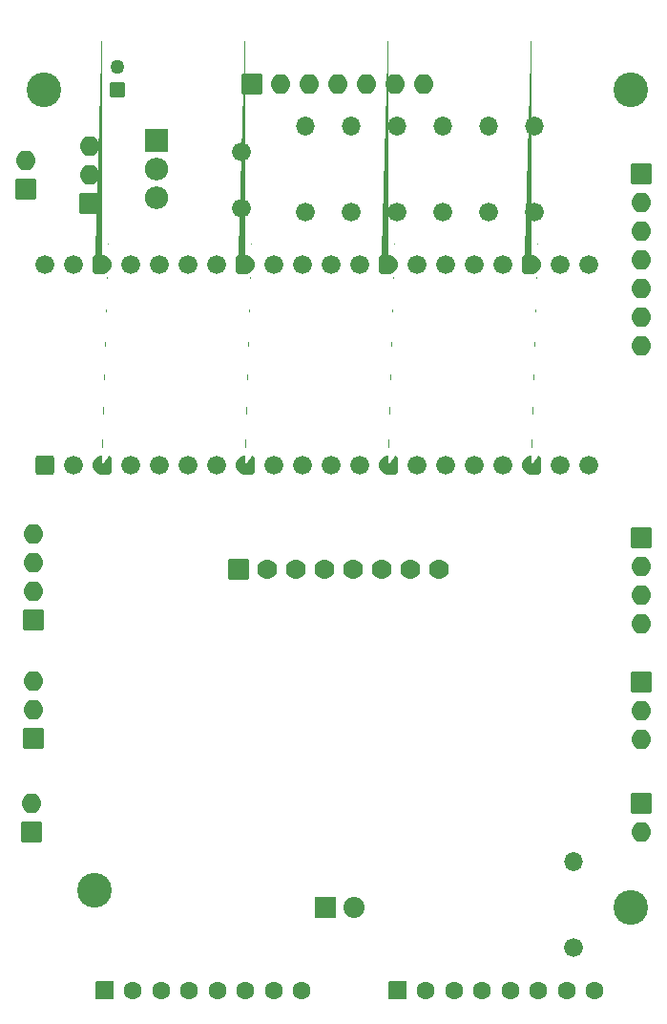
<source format=gts>
G04 #@! TF.GenerationSoftware,KiCad,Pcbnew,8.0.8*
G04 #@! TF.CreationDate,2025-01-15T15:59:59-05:00*
G04 #@! TF.ProjectId,mainboard,6d61696e-626f-4617-9264-2e6b69636164,rev?*
G04 #@! TF.SameCoordinates,Original*
G04 #@! TF.FileFunction,Soldermask,Top*
G04 #@! TF.FilePolarity,Negative*
%FSLAX46Y46*%
G04 Gerber Fmt 4.6, Leading zero omitted, Abs format (unit mm)*
G04 Created by KiCad (PCBNEW 8.0.8) date 2025-01-15 15:59:59*
%MOMM*%
%LPD*%
G01*
G04 APERTURE LIST*
G04 Aperture macros list*
%AMRoundRect*
0 Rectangle with rounded corners*
0 $1 Rounding radius*
0 $2 $3 $4 $5 $6 $7 $8 $9 X,Y pos of 4 corners*
0 Add a 4 corners polygon primitive as box body*
4,1,4,$2,$3,$4,$5,$6,$7,$8,$9,$2,$3,0*
0 Add four circle primitives for the rounded corners*
1,1,$1+$1,$2,$3*
1,1,$1+$1,$4,$5*
1,1,$1+$1,$6,$7*
1,1,$1+$1,$8,$9*
0 Add four rect primitives between the rounded corners*
20,1,$1+$1,$2,$3,$4,$5,0*
20,1,$1+$1,$4,$5,$6,$7,0*
20,1,$1+$1,$6,$7,$8,$9,0*
20,1,$1+$1,$8,$9,$2,$3,0*%
%AMFreePoly0*
4,1,51,0.612105,0.832986,0.644504,0.832986,0.660992,0.829223,0.741186,0.790603,0.754407,0.780059,0.809903,0.710470,0.817241,0.695233,0.837047,0.608456,0.838000,0.600000,0.838000,-0.600000,0.837047,-0.608456,0.817241,-0.695233,0.809903,-0.710470,0.754407,-0.780059,0.741186,-0.790603,0.660992,-0.829223,0.644504,-0.832986,0.612105,-0.832986,0.600000,-0.838000,0.000000,-0.838000,
-0.004255,-0.837761,-0.182272,-0.817703,-0.190568,-0.815810,-0.359658,-0.756643,-0.367324,-0.752951,-0.519009,-0.657641,-0.525662,-0.652335,-0.652335,-0.525662,-0.657641,-0.519009,-0.752951,-0.367324,-0.756643,-0.359658,-0.815810,-0.190568,-0.817703,-0.182272,-0.837761,-0.004255,-0.837761,0.004255,-0.817703,0.182272,-0.815810,0.190568,-0.756643,0.359658,-0.752951,0.367324,-0.657641,0.519009,
-0.652335,0.525662,-0.525662,0.652335,-0.519009,0.657641,-0.367324,0.752951,-0.359658,0.756643,-0.190568,0.815810,-0.182272,0.817703,-0.004255,0.837761,0.000000,0.838000,0.600000,0.838000,0.612105,0.832986,0.612105,0.832986,$1*%
%AMFreePoly1*
4,1,51,0.004255,0.837761,0.182272,0.817703,0.190568,0.815810,0.359658,0.756643,0.367324,0.752951,0.519009,0.657641,0.525662,0.652335,0.652335,0.525662,0.657641,0.519009,0.752951,0.367324,0.756643,0.359658,0.815810,0.190568,0.817703,0.182272,0.837761,0.004255,0.837761,-0.004255,0.817703,-0.182272,0.815810,-0.190568,0.756643,-0.359658,0.752951,-0.367324,0.657641,-0.519009,
0.652335,-0.525662,0.525662,-0.652335,0.519009,-0.657641,0.367324,-0.752951,0.359658,-0.756643,0.190568,-0.815810,0.182272,-0.817703,0.004255,-0.837761,0.000000,-0.838000,-0.600000,-0.838000,-0.612105,-0.832986,-0.644504,-0.832986,-0.660992,-0.829223,-0.741186,-0.790603,-0.754407,-0.780059,-0.809903,-0.710470,-0.817241,-0.695233,-0.837047,-0.608456,-0.838000,-0.600000,-0.838000,0.600000,
-0.837047,0.608456,-0.817241,0.695233,-0.809903,0.710470,-0.754407,0.780059,-0.741186,0.790603,-0.660992,0.829223,-0.644504,0.832986,-0.612105,0.832986,-0.600000,0.838000,0.000000,0.838000,0.004255,0.837761,0.004255,0.837761,$1*%
G04 Aperture macros list end*
%ADD10C,3.076000*%
%ADD11C,1.676000*%
%ADD12RoundRect,0.209500X0.628500X-0.628500X0.628500X0.628500X-0.628500X0.628500X-0.628500X-0.628500X0*%
%ADD13FreePoly0,90.000000*%
%ADD14FreePoly1,90.000000*%
%ADD15O,1.676000X1.676000*%
%ADD16RoundRect,0.038000X0.850000X0.850000X-0.850000X0.850000X-0.850000X-0.850000X0.850000X-0.850000X0*%
%ADD17O,1.776000X1.776000*%
%ADD18RoundRect,0.038000X-0.900000X-0.900000X0.900000X-0.900000X0.900000X0.900000X-0.900000X0.900000X0*%
%ADD19C,1.876000*%
%ADD20RoundRect,0.038000X-0.850000X-0.850000X0.850000X-0.850000X0.850000X0.850000X-0.850000X0.850000X0*%
%ADD21C,1.776000*%
%ADD22RoundRect,0.038000X-1.000000X0.952500X-1.000000X-0.952500X1.000000X-0.952500X1.000000X0.952500X0*%
%ADD23O,2.076000X1.981000*%
%ADD24RoundRect,0.038000X-0.762000X-0.762000X0.762000X-0.762000X0.762000X0.762000X-0.762000X0.762000X0*%
%ADD25C,1.600000*%
%ADD26RoundRect,0.038000X0.850000X-0.850000X0.850000X0.850000X-0.850000X0.850000X-0.850000X-0.850000X0*%
%ADD27RoundRect,0.038000X0.600000X-0.600000X0.600000X0.600000X-0.600000X0.600000X-0.600000X-0.600000X0*%
%ADD28C,1.276000*%
G04 APERTURE END LIST*
D10*
G04 #@! TO.C,H4*
X189500000Y-123000000D03*
G04 #@! TD*
D11*
G04 #@! TO.C,C1*
X155000000Y-61000000D03*
X155000000Y-56000000D03*
G04 #@! TD*
D12*
G04 #@! TO.C,A2*
X137520000Y-83780000D03*
D11*
X140060000Y-83780000D03*
D13*
X142600000Y-83780000D03*
D11*
X145140000Y-83780000D03*
X147680000Y-83780000D03*
X150220000Y-83780000D03*
X152760000Y-83780000D03*
D13*
X155300000Y-83780000D03*
D11*
X157840000Y-83780000D03*
X160380000Y-83780000D03*
X162920000Y-83780000D03*
X165460000Y-83780000D03*
D13*
X168000000Y-83780000D03*
D11*
X170540000Y-83780000D03*
X173080000Y-83780000D03*
X175620000Y-83780000D03*
X178160000Y-83780000D03*
D13*
X180700000Y-83780000D03*
D11*
X183240000Y-83780000D03*
X185780000Y-83780000D03*
X185780000Y-66000000D03*
X183240000Y-66000000D03*
D14*
X180700000Y-66000000D03*
D11*
X178160000Y-66000000D03*
X175620000Y-66000000D03*
X173080000Y-66000000D03*
X170540000Y-66000000D03*
D14*
X168000000Y-66000000D03*
D11*
X165460000Y-66000000D03*
X162920000Y-66000000D03*
X160380000Y-66000000D03*
X157840000Y-66000000D03*
D14*
X155300000Y-66000000D03*
D11*
X152760000Y-66000000D03*
X150220000Y-66000000D03*
X147680000Y-66000000D03*
X145140000Y-66000000D03*
D14*
X142600000Y-66000000D03*
D11*
X140060000Y-66000000D03*
X137520000Y-66000000D03*
G04 #@! TD*
G04 #@! TO.C,R6*
X180950000Y-61310000D03*
D15*
X180950000Y-53690000D03*
G04 #@! TD*
D16*
G04 #@! TO.C,SW1*
X141500000Y-60580000D03*
D17*
X141500000Y-58040000D03*
X141500000Y-55500000D03*
G04 #@! TD*
D18*
G04 #@! TO.C,D4*
X162460000Y-123000000D03*
D19*
X165000000Y-123000000D03*
G04 #@! TD*
D11*
G04 #@! TO.C,R4*
X172850000Y-61310000D03*
D15*
X172850000Y-53690000D03*
G04 #@! TD*
D10*
G04 #@! TO.C,H2*
X189500000Y-50500000D03*
G04 #@! TD*
D20*
G04 #@! TO.C,J4*
X190500000Y-90200000D03*
D17*
X190500000Y-92740000D03*
X190500000Y-95280000D03*
X190500000Y-97820000D03*
G04 #@! TD*
D20*
G04 #@! TO.C,U1*
X154720000Y-93000000D03*
D21*
X157260000Y-93000000D03*
X159800000Y-93000000D03*
X162340000Y-93000000D03*
X164880000Y-93000000D03*
X167420000Y-93000000D03*
X169960000Y-93000000D03*
X172500000Y-93000000D03*
G04 #@! TD*
D22*
G04 #@! TO.C,U2*
X147500000Y-55000000D03*
D23*
X147500000Y-57540000D03*
X147500000Y-60080000D03*
G04 #@! TD*
D16*
G04 #@! TO.C,J9*
X136375000Y-116275000D03*
D17*
X136375000Y-113735000D03*
G04 #@! TD*
D11*
G04 #@! TO.C,R1*
X160700000Y-61310000D03*
D15*
X160700000Y-53690000D03*
G04 #@! TD*
D20*
G04 #@! TO.C,J11*
X190500000Y-57960000D03*
D17*
X190500000Y-60500000D03*
X190500000Y-63040000D03*
X190500000Y-65580000D03*
X190500000Y-68120000D03*
X190500000Y-70660000D03*
X190500000Y-73200000D03*
G04 #@! TD*
D20*
G04 #@! TO.C,J10*
X190500000Y-113725000D03*
D17*
X190500000Y-116265000D03*
G04 #@! TD*
D10*
G04 #@! TO.C,H1*
X137500000Y-50500000D03*
G04 #@! TD*
D16*
G04 #@! TO.C,BT1*
X135875000Y-59275000D03*
D17*
X135875000Y-56735000D03*
G04 #@! TD*
D11*
G04 #@! TO.C,R3*
X168800000Y-61310000D03*
D15*
X168800000Y-53690000D03*
G04 #@! TD*
D11*
G04 #@! TO.C,R2*
X164750000Y-61310000D03*
D15*
X164750000Y-53690000D03*
G04 #@! TD*
D24*
G04 #@! TO.C,J1*
X168850000Y-130350000D03*
D25*
X171350000Y-130350000D03*
X173850000Y-130350000D03*
X176350000Y-130350000D03*
X178850000Y-130350000D03*
X181350000Y-130350000D03*
X183850000Y-130350000D03*
X186350000Y-130350000D03*
G04 #@! TD*
D26*
G04 #@! TO.C,J6*
X155960000Y-50000000D03*
D17*
X158500000Y-50000000D03*
X161040000Y-50000000D03*
X163580000Y-50000000D03*
X166120000Y-50000000D03*
X168660000Y-50000000D03*
X171200000Y-50000000D03*
G04 #@! TD*
D16*
G04 #@! TO.C,J7*
X136500000Y-108000000D03*
D17*
X136500000Y-105460000D03*
X136500000Y-102920000D03*
G04 #@! TD*
D27*
G04 #@! TO.C,C2*
X144000000Y-50472600D03*
D28*
X144000000Y-48472600D03*
G04 #@! TD*
D16*
G04 #@! TO.C,J3*
X136500000Y-97500000D03*
D17*
X136500000Y-94960000D03*
X136500000Y-92420000D03*
X136500000Y-89880000D03*
G04 #@! TD*
D10*
G04 #@! TO.C,H3*
X142000000Y-121500000D03*
G04 #@! TD*
D11*
G04 #@! TO.C,R7*
X184500000Y-126500000D03*
D15*
X184500000Y-118880000D03*
G04 #@! TD*
D24*
G04 #@! TO.C,J2*
X142850000Y-130350000D03*
D25*
X145350000Y-130350000D03*
X147850000Y-130350000D03*
X150350000Y-130350000D03*
X152850000Y-130350000D03*
X155350000Y-130350000D03*
X157850000Y-130350000D03*
X160350000Y-130350000D03*
G04 #@! TD*
D11*
G04 #@! TO.C,R5*
X176900000Y-61310000D03*
D15*
X176900000Y-53690000D03*
G04 #@! TD*
D20*
G04 #@! TO.C,J8*
X190500000Y-102975000D03*
D17*
X190500000Y-105515000D03*
X190500000Y-108055000D03*
G04 #@! TD*
M02*

</source>
